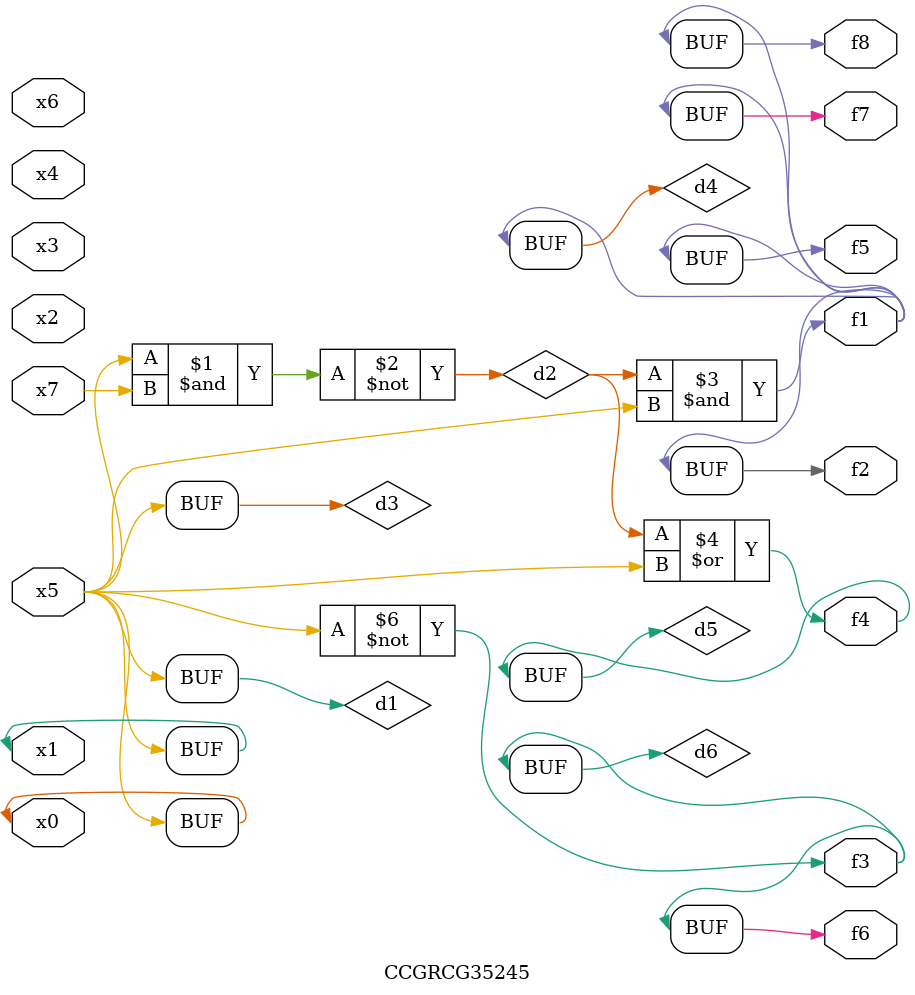
<source format=v>
module CCGRCG35245(
	input x0, x1, x2, x3, x4, x5, x6, x7,
	output f1, f2, f3, f4, f5, f6, f7, f8
);

	wire d1, d2, d3, d4, d5, d6;

	buf (d1, x0, x5);
	nand (d2, x5, x7);
	buf (d3, x0, x1);
	and (d4, d2, d3);
	or (d5, d2, d3);
	nor (d6, d1, d3);
	assign f1 = d4;
	assign f2 = d4;
	assign f3 = d6;
	assign f4 = d5;
	assign f5 = d4;
	assign f6 = d6;
	assign f7 = d4;
	assign f8 = d4;
endmodule

</source>
